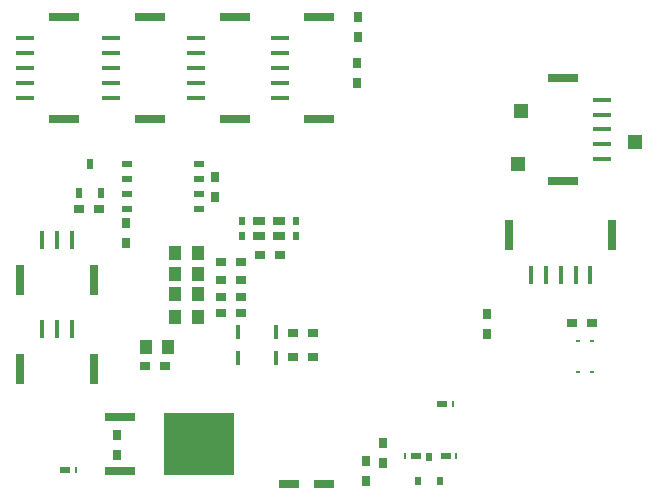
<source format=gbr>
G04 DipTrace 3.2.0.1*
G04 TopPaste.gbr*
%MOIN*%
G04 #@! TF.FileFunction,Paste,Top*
G04 #@! TF.Part,Single*
%ADD37R,0.031496X0.035433*%
%ADD58R,0.03937X0.031496*%
%ADD60R,0.234252X0.21063*%
%ADD62R,0.100394X0.031496*%
%ADD64R,0.037126X0.022126*%
%ADD66R,0.003937X0.03937*%
%ADD68R,0.03937X0.003937*%
%ADD70R,0.014567X0.011024*%
%ADD71R,0.023622X0.027559*%
%ADD73R,0.015748X0.059055*%
%ADD75R,0.031496X0.102362*%
%ADD77R,0.059055X0.015748*%
%ADD79R,0.102362X0.031496*%
%ADD81R,0.032874X0.019291*%
%ADD83R,0.007283X0.019291*%
%ADD85R,0.043307X0.051181*%
%ADD87R,0.023622X0.033465*%
%ADD89R,0.051181X0.051181*%
%ADD91R,0.019685X0.027559*%
%ADD93R,0.070866X0.031496*%
%ADD95R,0.035433X0.031496*%
%ADD102R,0.01378X0.051181*%
%FSLAX26Y26*%
G04*
G70*
G90*
G75*
G01*
G04 TopPaste*
%LPD*%
D102*
X1356282Y1055118D3*
X1228329D3*
X1356282Y1141732D3*
X1228329D3*
D93*
X1515748Y633858D3*
X1397638D3*
D91*
X1244094Y1511811D3*
Y1460630D3*
X1421260D3*
Y1511811D3*
D95*
X2342520Y1173228D3*
X2409449D3*
D37*
X1151541Y1590551D3*
Y1657480D3*
X826772Y799213D3*
Y732283D3*
D87*
X698785Y1606299D3*
X773588D3*
X736186Y1700787D3*
D85*
X1094488Y1334646D3*
X1019685D3*
X1094488Y1267717D3*
X1019685D3*
X1094488Y1192913D3*
X1019685D3*
X1094488Y1405512D3*
X1019685D3*
X921260Y1090551D3*
X996063D3*
D83*
X1944882Y901575D3*
D81*
X1909252D3*
D83*
X1956693Y728346D3*
D81*
X1921063D3*
D83*
X1787402D3*
D81*
X1823031D3*
D83*
X688976Y681102D3*
D81*
X653346D3*
D79*
X649606Y1850394D3*
Y2192913D3*
D77*
X517717Y1923228D3*
Y1972441D3*
Y2021654D3*
Y1923228D3*
Y2070866D3*
Y2120079D3*
D79*
X1500000Y1850394D3*
Y2192913D3*
D77*
X1368110Y1923228D3*
Y1972441D3*
Y2021654D3*
Y1923228D3*
Y2070866D3*
Y2120079D3*
D79*
X1220472Y1850394D3*
Y2192913D3*
D77*
X1088583Y1923228D3*
Y1972441D3*
Y2021654D3*
Y1923228D3*
Y2070866D3*
Y2120079D3*
D79*
X937008Y1850394D3*
Y2192913D3*
D77*
X805118Y1923228D3*
Y1972441D3*
Y2021654D3*
Y1923228D3*
Y2070866D3*
Y2120079D3*
D79*
X2311024Y1988367D3*
Y1645848D3*
D77*
X2442913Y1866320D3*
Y1817108D3*
Y1915533D3*
Y1767895D3*
Y1718682D3*
D75*
X503937Y1019685D3*
X750000D3*
D73*
X576772Y1151575D3*
X625984D3*
X675197D3*
D75*
X2476378Y1464567D3*
X2133858D3*
D73*
X2354331Y1332677D3*
X2305118D3*
X2403543D3*
X2255906D3*
X2206693D3*
D75*
X503937Y1314961D3*
X750000D3*
D73*
X576772Y1446850D3*
X625984D3*
X675197D3*
D71*
X1866142Y724409D3*
X1903543Y645669D3*
X1828740D3*
D37*
X2059055Y1133858D3*
Y1200787D3*
D95*
X1478329Y1137795D3*
X1411400D3*
X1478329Y1059055D3*
X1411400D3*
D37*
X1657480Y645669D3*
Y712598D3*
X1712598Y704724D3*
Y771654D3*
X1629921Y2192913D3*
Y2125984D3*
X1625984Y2039370D3*
Y1972441D3*
D95*
X1173228Y1204724D3*
X1240157D3*
X1173228Y1259843D3*
X1240157D3*
X1173228Y1314961D3*
X1240157D3*
X1173228Y1374016D3*
X1240157D3*
X1370079Y1397638D3*
X1303150D3*
X765714Y1551181D3*
X698785D3*
D37*
X856265Y1503937D3*
Y1437008D3*
D95*
X919291Y1029528D3*
X986220D3*
D70*
X2362205Y1110236D3*
Y1007087D3*
X2407874Y1110236D3*
Y1007087D3*
D68*
X1515748Y1492126D3*
Y1472441D3*
Y1452756D3*
Y1433071D3*
Y1413386D3*
Y1393701D3*
Y1374016D3*
Y1354331D3*
Y1334646D3*
Y1314961D3*
Y1295276D3*
Y1275591D3*
Y1255906D3*
Y1236220D3*
Y1216535D3*
Y1196850D3*
D66*
X1594488Y1118110D3*
X1614173D3*
X1633858D3*
X1653543D3*
X1673228D3*
X1692913D3*
X1712598D3*
X1732283D3*
X1751969D3*
X1771654D3*
X1791339D3*
X1811024D3*
X1830709D3*
X1850394D3*
X1870079D3*
X1889764D3*
D68*
X1968504Y1196850D3*
Y1216535D3*
Y1236220D3*
Y1255906D3*
Y1275591D3*
Y1295276D3*
Y1314961D3*
Y1334646D3*
Y1354331D3*
Y1374016D3*
Y1393701D3*
Y1413386D3*
Y1433071D3*
Y1452756D3*
Y1472441D3*
Y1492126D3*
D66*
X1889764Y1570866D3*
X1870079D3*
X1850394D3*
X1830709D3*
X1811024D3*
X1791339D3*
X1771654D3*
X1751969D3*
X1732283D3*
X1712598D3*
X1692913D3*
X1673228D3*
X1653543D3*
X1633858D3*
X1614173D3*
X1594488D3*
D64*
X1100360Y1551181D3*
Y1601181D3*
Y1651181D3*
Y1701181D3*
X859861D3*
Y1651181D3*
Y1601181D3*
Y1551181D3*
D62*
X834646Y858268D3*
Y678740D3*
D60*
X1098425Y768504D3*
D89*
X2173228Y1877953D3*
X2551181Y1775591D3*
X2161417Y1700787D3*
D58*
X1366142Y1460630D3*
Y1511811D3*
X1299213Y1460630D3*
Y1511811D3*
M02*

</source>
